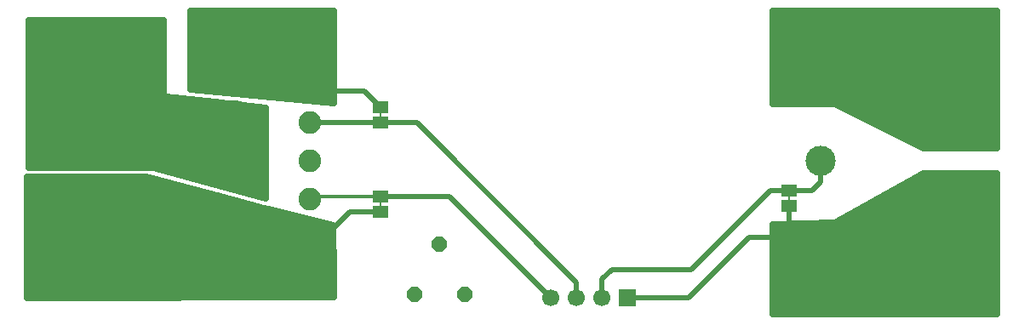
<source format=gtl>
G04 DipTrace 3.2.0.1*
G04 Top.GTL*
%MOIN*%
G04 #@! TF.FileFunction,Copper,L1,Top*
G04 #@! TF.Part,Single*
%AMOUTLINE0*
4,1,8,
0.030488,-0.012629,
0.012629,-0.030488,
-0.012629,-0.030488,
-0.030488,-0.012629,
-0.030488,0.012629,
-0.012629,0.030488,
0.012629,0.030488,
0.030488,0.012629,
0.030488,-0.012629,
0*%
%AMOUTLINE1*
4,1,20,
0.0,0.070866,
0.027374,0.067398,
0.052068,0.057332,
0.071665,0.041654,
0.084247,0.021899,
0.088583,0.0,
0.084247,-0.021899,
0.071665,-0.041654,
0.052068,-0.057332,
0.027374,-0.067398,
0.0,-0.070866,
-0.027374,-0.067398,
-0.052068,-0.057332,
-0.071665,-0.041654,
-0.084247,-0.021899,
-0.088583,0.0,
-0.084247,0.021899,
-0.071665,0.041654,
-0.052068,0.057332,
-0.027374,0.067398,
0.0,0.070866,
0*%
G04 #@! TA.AperFunction,Conductor*
%ADD14C,0.019685*%
%ADD15C,0.012992*%
G04 #@! TA.AperFunction,CopperBalancing*
%ADD16C,0.025*%
G04 #@! TA.AperFunction,ComponentPad*
%ADD17R,0.066929X0.066929*%
%ADD18C,0.066929*%
%ADD19C,0.23622*%
%ADD20C,0.11811*%
%ADD21C,0.088583*%
%ADD22C,0.15*%
%ADD23C,0.062992*%
%ADD26R,0.063X0.046*%
%ADD27R,0.008X0.025*%
G04 #@! TA.AperFunction,ComponentPad*
%ADD65OUTLINE0*%
%ADD66OUTLINE1*%
%FSLAX26Y26*%
G04*
G70*
G90*
G75*
G01*
G04 Top*
%LPD*%
X1448720Y866249D2*
D14*
X1383719Y931251D1*
X1169980D1*
Y956251D1*
X1448720Y456251D2*
X1328741D1*
X1241240Y368749D1*
X1169980D1*
Y356251D1*
X1448720Y806249D2*
Y806251D1*
X1169980D1*
X1448720Y806249D2*
X1591240D1*
X2216240Y181249D1*
Y118749D1*
X1448720Y516251D2*
X1718739D1*
X2116240Y118749D1*
X1448720Y516251D2*
D15*
X1179980D1*
X1169980Y506251D1*
X3169980Y656251D2*
D14*
Y572490D1*
X3138741Y541251D1*
X3047491D1*
X2976240D1*
X2666240Y231251D1*
X2353740D1*
X2316240Y193751D1*
Y118749D1*
X3047491Y481251D2*
Y356251D1*
X3169980D1*
X2891241D1*
X2653740Y118749D1*
X2416240D1*
X706259Y1218882D2*
D16*
X1263743D1*
X706259Y1194013D2*
X1263743D1*
X706259Y1169144D2*
X1263743D1*
X706259Y1144276D2*
X1263743D1*
X706259Y1119407D2*
X1263743D1*
X706259Y1094538D2*
X1263743D1*
X706259Y1069669D2*
X1263743D1*
X706259Y1044801D2*
X1263743D1*
X706259Y1019932D2*
X1263743D1*
X706259Y995063D2*
X1263743D1*
X706259Y970194D2*
X1263743D1*
X706259Y945325D2*
X1263743D1*
X872331Y920457D2*
X1263743D1*
X1132096Y895588D2*
X1263743D1*
X1266217Y1243749D2*
X703747Y1243751D1*
X703740Y936343D1*
X1266215Y882505D1*
X1266240Y1243776D1*
X68759Y568882D2*
X620106D1*
X68759Y544013D2*
X715559D1*
X68759Y519144D2*
X811046D1*
X68759Y494276D2*
X906499D1*
X68759Y469407D2*
X996136D1*
X68759Y444538D2*
X1097438D1*
X68759Y419669D2*
X1192890D1*
X68759Y394801D2*
X1258055D1*
X68759Y369932D2*
X1258845D1*
X68759Y345063D2*
X1259671D1*
X68759Y320194D2*
X1260459D1*
X68759Y295325D2*
X1261249D1*
X68759Y270457D2*
X1262075D1*
X68759Y245588D2*
X1262864D1*
X68759Y220719D2*
X1263654D1*
X68759Y195850D2*
X1263726D1*
X68759Y170982D2*
X1263726D1*
X68759Y146113D2*
X1263726D1*
X68759Y121244D2*
X540121D1*
X532896Y592259D2*
X66259D1*
X66240Y118836D1*
X1266223Y124937D1*
X1266240Y218568D1*
X1260299Y402732D1*
X1012339Y467354D1*
X1006979Y467430D1*
X1002899Y468224D1*
X895974Y497667D1*
X532852Y592262D1*
X2987508Y1218882D2*
X3857472D1*
X2987508Y1194013D2*
X3857472D1*
X2987508Y1169144D2*
X3857472D1*
X2987508Y1144276D2*
X3857472D1*
X2987508Y1119407D2*
X3857472D1*
X2987508Y1094538D2*
X3857472D1*
X2987508Y1069669D2*
X3857472D1*
X2987508Y1044801D2*
X3857472D1*
X2987508Y1019932D2*
X3857472D1*
X2987508Y995063D2*
X3857472D1*
X2987508Y970194D2*
X3857472D1*
X2987508Y945325D2*
X3857472D1*
X2987508Y920457D2*
X3857472D1*
X2987508Y895588D2*
X3857472D1*
X3248996Y870719D2*
X3857472D1*
X3298732Y845850D2*
X3857472D1*
X3348467Y820982D2*
X3857472D1*
X3398202Y796113D2*
X3857472D1*
X3447938Y771244D2*
X3857472D1*
X3497673Y746375D2*
X3857472D1*
X3547409Y721507D2*
X3857472D1*
X3859967Y1243751D2*
X2984958Y1243749D1*
X2984991Y881224D1*
X3224352Y881112D1*
X3227186Y880335D1*
X3575454Y706243D1*
X3859958Y706249D1*
X3859990Y1243747D1*
X3533307Y581382D2*
X3857472D1*
X3488379Y556513D2*
X3857472D1*
X3443453Y531644D2*
X3857472D1*
X3398525Y506776D2*
X3857472D1*
X3353598Y481907D2*
X3857472D1*
X3308672Y457038D2*
X3857472D1*
X3263744Y432169D2*
X3857472D1*
X3017184Y407301D2*
X3857472D1*
X2987508Y382432D2*
X3857472D1*
X2987508Y357563D2*
X3857472D1*
X2987508Y332694D2*
X3857472D1*
X2987508Y307825D2*
X3857472D1*
X2987508Y282957D2*
X3857472D1*
X2987508Y258088D2*
X3857472D1*
X2987508Y233219D2*
X3857472D1*
X2987508Y208350D2*
X3857472D1*
X2987508Y183482D2*
X3857472D1*
X2987508Y158613D2*
X3857472D1*
X2987508Y133744D2*
X3857472D1*
X2987508Y108875D2*
X3857472D1*
X2987508Y84007D2*
X3857472D1*
X2987508Y59138D2*
X3857472D1*
X3859990Y56273D2*
Y606234D1*
X3575720Y606251D1*
X3226759Y413252D1*
X3223898Y412580D1*
X2985000Y406558D1*
X2984991Y56283D1*
X3859958Y56249D1*
X75008Y1181381D2*
X594993D1*
X75008Y1156512D2*
X594993D1*
X75008Y1131643D2*
X594993D1*
X75008Y1106774D2*
X594993D1*
X75008Y1081906D2*
X594993D1*
X75008Y1057037D2*
X594993D1*
X75008Y1032168D2*
X594993D1*
X75008Y1007299D2*
X594993D1*
X75008Y982430D2*
X594993D1*
X75008Y957562D2*
X594993D1*
X75008Y932693D2*
X594993D1*
X75008Y907824D2*
X601416D1*
X75008Y882955D2*
X819772D1*
X75008Y858087D2*
X994995D1*
X75008Y833218D2*
X994995D1*
X75008Y808349D2*
X994995D1*
X75008Y783480D2*
X994995D1*
X75008Y758612D2*
X994995D1*
X75008Y733743D2*
X994995D1*
X75008Y708874D2*
X994995D1*
X75008Y684005D2*
X994995D1*
X75008Y659136D2*
X994995D1*
X75008Y634268D2*
X994995D1*
X642875Y609399D2*
X994995D1*
X732370Y584530D2*
X994995D1*
X821900Y559661D2*
X994995D1*
X911432Y534793D2*
X994995D1*
X882854Y876327D2*
X873520Y875295D1*
X868319Y875543D1*
X837551Y879622D1*
X830496Y882056D1*
X607071Y906594D1*
X604315Y907612D1*
X601871Y909244D1*
X599877Y911402D1*
X598441Y913966D1*
X597643Y916794D1*
X597490Y927936D1*
Y1206218D1*
X72480Y1206249D1*
X72490Y631218D1*
X561409Y631169D1*
X572186Y628336D1*
X997493Y510196D1*
X997490Y863824D1*
X882888Y876327D1*
D17*
X2416240Y118749D3*
D18*
X2316240D3*
X2216240D3*
X2116240D3*
D19*
X3722491Y1131251D3*
Y831251D3*
Y468749D3*
Y168749D3*
D20*
X3169980Y956251D3*
Y656251D3*
Y356251D3*
D21*
X1169980Y656251D3*
Y506251D3*
Y806251D3*
D22*
Y956251D3*
Y356251D3*
D23*
X472491Y1106249D3*
X275640Y968454D3*
X472491Y830659D3*
X275640Y692864D3*
X472491Y555068D3*
X275640Y417273D3*
X472491Y279478D3*
X275640Y141682D3*
D26*
X1448720Y806249D3*
Y866249D3*
D27*
Y836249D3*
D26*
Y456251D3*
Y516251D3*
D27*
Y486251D3*
D26*
X3047491Y481251D3*
Y541251D3*
D27*
Y511251D3*
D65*
X1678740Y331251D3*
X1777165Y134400D3*
X1580315D3*
D66*
X872490Y625000D3*
Y821850D3*
Y979331D3*
Y1176181D3*
M02*

</source>
